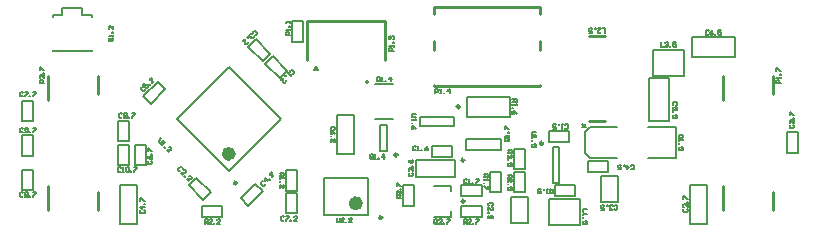
<source format=gto>
G04*
G04 #@! TF.GenerationSoftware,Altium Limited,Altium Designer,19.1.5 (86)*
G04*
G04 Layer_Color=65535*
%FSLAX25Y25*%
%MOIN*%
G70*
G01*
G75*
%ADD10C,0.00984*%
%ADD11C,0.00800*%
%ADD12C,0.02362*%
%ADD13C,0.00787*%
%ADD14C,0.01000*%
%ADD15C,0.00500*%
%ADD16C,0.00600*%
D10*
X157224Y157988D02*
G03*
X157224Y157988I-492J0D01*
G01*
X205768Y161791D02*
G03*
X205768Y161791I-492J0D01*
G01*
X177980Y174000D02*
G03*
X177980Y174000I-492J0D01*
G01*
X103650Y148634D02*
G03*
X103650Y148634I-492J0D01*
G01*
X152106Y137110D02*
G03*
X152106Y137110I-492J0D01*
G01*
X179504Y156185D02*
G03*
X179504Y156185I-492J0D01*
G01*
X179654Y142500D02*
G03*
X179654Y142500I-492J0D01*
G01*
D11*
X147724Y182260D02*
G03*
X147724Y182260I-500J0D01*
G01*
D12*
X102181Y158308D02*
G03*
X102181Y158308I-1181J0D01*
G01*
X144527Y141835D02*
G03*
X144527Y141835I-1181J0D01*
G01*
D13*
X225200Y151006D02*
X230800D01*
Y142206D02*
Y151006D01*
X225200Y142206D02*
X230800D01*
X225200D02*
Y151006D01*
X219788Y158672D02*
Y165562D01*
Y158672D02*
X221560Y156901D01*
X219788Y165562D02*
X221560Y167334D01*
X240648Y156901D02*
X250097D01*
X240648Y167334D02*
X250097D01*
Y156901D02*
Y167334D01*
X221560Y156901D02*
X230418D01*
X221560Y167334D02*
X230418D01*
X151319Y159169D02*
X151319Y167831D01*
X153681Y159169D02*
Y167831D01*
X151319D02*
X153681D01*
X151319Y159169D02*
X153681D01*
X209016Y160709D02*
X210984D01*
X209016Y148504D02*
X210984D01*
X209016D02*
Y160709D01*
X210984Y148504D02*
Y160709D01*
X176209Y167701D02*
Y170457D01*
X164791Y167701D02*
Y170457D01*
X176209D01*
X164791Y167701D02*
X176209D01*
X101000Y152740D02*
X118260Y170000D01*
X83740D02*
X101000Y187260D01*
X83740Y170000D02*
X101000Y152740D01*
Y187260D02*
X118260Y170000D01*
X147283Y150102D02*
X147283Y137898D01*
X132717Y150102D02*
X132717Y137898D01*
X147283D01*
X132717Y150102D02*
X147283Y150102D01*
X180095Y163272D02*
X191905D01*
X180095Y159728D02*
X191905D01*
Y163272D01*
X180095Y159728D02*
Y163272D01*
X169319Y147618D02*
X175126D01*
X169319Y137382D02*
X175126D01*
Y145846D02*
Y147618D01*
Y137382D02*
Y139154D01*
X195200Y135100D02*
X200800D01*
X195200D02*
Y143900D01*
X200800D01*
Y135100D02*
Y143900D01*
D14*
X221021Y197706D02*
X226321D01*
X221021Y169406D02*
X226321D01*
X204791Y180980D02*
Y181413D01*
X169555Y180980D02*
X204791D01*
X169555D02*
Y181413D01*
X204791Y192831D02*
Y195980D01*
X169555Y192831D02*
Y195980D01*
X204791Y204839D02*
Y207201D01*
X169555D02*
X204791D01*
X169555Y204839D02*
Y207201D01*
X127000Y189500D02*
Y202500D01*
X153000D01*
Y189500D02*
Y202500D01*
X265732Y176406D02*
Y184213D01*
X282268Y139724D02*
Y145531D01*
Y178405D02*
Y184213D01*
X265732Y139724D02*
Y147531D01*
X40732Y176406D02*
Y184213D01*
X57268Y139724D02*
Y145531D01*
Y178405D02*
Y184213D01*
X40732Y139724D02*
Y147531D01*
D15*
X242382Y192831D02*
X252618D01*
Y184169D02*
Y192831D01*
X242382Y184169D02*
X252618D01*
X242382D02*
Y192831D01*
X180400Y170600D02*
X194600D01*
X180400D02*
Y177400D01*
X194600D01*
Y170600D02*
Y177400D01*
X92000Y137200D02*
X98800D01*
X92000D02*
Y140800D01*
X98800D01*
Y137200D02*
Y140800D01*
X55500Y204000D02*
Y204500D01*
X52000D02*
X55500D01*
X52000D02*
Y207000D01*
X45500D02*
X52000D01*
X45500Y204500D02*
Y207000D01*
X55500Y192500D02*
Y193000D01*
X42500Y192500D02*
Y193000D01*
Y204500D02*
X45500D01*
X42500Y204000D02*
Y204500D01*
Y192500D02*
X55500D01*
X163500Y156400D02*
X176500D01*
Y150600D02*
Y156400D01*
X163500Y150600D02*
X176500D01*
X163500D02*
Y156400D01*
X159200Y141003D02*
X162800D01*
Y147803D01*
X159200D02*
X162800D01*
X159200Y141003D02*
Y147803D01*
X113194Y188260D02*
X115740Y190806D01*
X113194Y188260D02*
X118002Y183452D01*
X120548Y185998D01*
X115740Y190806D02*
X120548Y185998D01*
X207700Y165906D02*
X214500D01*
Y162306D02*
Y165906D01*
X207700Y162306D02*
X214500D01*
X207700D02*
Y165906D01*
X175497Y157200D02*
Y160800D01*
X168697D02*
X175497D01*
X168697Y157200D02*
Y160800D01*
Y157200D02*
X175497D01*
X92500Y142954D02*
X95046Y145500D01*
X90237Y150308D02*
X95046Y145500D01*
X87692Y147763D02*
X90237Y150308D01*
X87692Y147763D02*
X92500Y142954D01*
X109760Y148306D02*
X112306Y145761D01*
X104952Y143498D02*
X109760Y148306D01*
X104952Y143498D02*
X107498Y140952D01*
X112306Y145761D01*
X77261Y182306D02*
X79806Y179761D01*
X72452Y177498D02*
X77261Y182306D01*
X72452Y177498D02*
X74998Y174952D01*
X79806Y179761D01*
X220697Y152306D02*
X227497D01*
X220697D02*
Y155906D01*
X227497D01*
Y152306D02*
Y155906D01*
X142900Y158346D02*
Y171346D01*
X137100Y158346D02*
X142900D01*
X137100D02*
Y171346D01*
X142900D01*
X241100Y169306D02*
Y183506D01*
X247900D01*
Y169306D02*
Y183506D01*
X241100Y169306D02*
X247900D01*
X255400Y190600D02*
X269600D01*
X255400D02*
Y197400D01*
X269600D01*
Y190600D02*
Y197400D01*
X207882Y143331D02*
X218118D01*
Y134669D02*
Y143331D01*
X207882Y134669D02*
X218118D01*
X207882D02*
Y143331D01*
X209697Y144306D02*
X216497D01*
X209697D02*
Y147906D01*
X216497D01*
Y144306D02*
Y147906D01*
X199800Y145606D02*
Y152406D01*
X196200Y145606D02*
X199800D01*
X196200D02*
Y152406D01*
X199800D01*
Y153197D02*
Y159997D01*
X196200Y153197D02*
X199800D01*
X196200D02*
Y159997D01*
X199800D01*
X107454Y194000D02*
X110000Y196546D01*
X107454Y194000D02*
X112263Y189192D01*
X114808Y191737D01*
X110000Y196546D02*
X114808Y191737D01*
X122200Y202497D02*
X125800D01*
X122200Y195697D02*
Y202497D01*
Y195697D02*
X125800D01*
Y202497D01*
X32200Y157700D02*
Y164500D01*
X35800D01*
Y157700D02*
Y164500D01*
X32200Y157700D02*
X35800D01*
X69700Y154503D02*
Y161303D01*
X73300D01*
Y154503D02*
Y161303D01*
X69700Y154503D02*
X73300D01*
X35800Y169197D02*
Y175997D01*
X32200Y169197D02*
X35800D01*
X32200D02*
Y175997D01*
X35800D01*
X64200Y162503D02*
Y169303D01*
X67800D01*
Y162503D02*
Y169303D01*
X64200Y162503D02*
X67800D01*
X32200Y146200D02*
Y153000D01*
X35800D01*
Y146200D02*
Y153000D01*
X32200Y146200D02*
X35800D01*
X67800Y154500D02*
Y161300D01*
X64200Y154500D02*
X67800D01*
X64200D02*
Y161300D01*
X67800D01*
X120200Y138503D02*
Y145303D01*
X123800D01*
Y138503D02*
Y145303D01*
X120200Y138503D02*
X123800D01*
X254600Y135000D02*
X260400D01*
Y148000D01*
X254600D02*
X260400D01*
X254600Y135000D02*
Y148000D01*
X287200Y165497D02*
X290800D01*
X287200Y158697D02*
Y165497D01*
Y158697D02*
X290800D01*
Y165497D01*
X64600Y148000D02*
X70400D01*
X64600Y135000D02*
Y148000D01*
Y135000D02*
X70400D01*
Y148000D01*
X120200Y146003D02*
Y152803D01*
X123800D01*
Y146003D02*
Y152803D01*
X120200Y146003D02*
X123800D01*
X178503Y144200D02*
Y147800D01*
Y144200D02*
X185303D01*
Y147800D01*
X178503D02*
X185303D01*
X188200Y152300D02*
X191800D01*
X188200Y145500D02*
Y152300D01*
Y145500D02*
X191800D01*
Y152300D01*
X178503Y137200D02*
Y140800D01*
Y137200D02*
X185303D01*
Y140800D01*
X178503D02*
X185303D01*
X229500Y139857D02*
X229750Y139607D01*
X230250D01*
X230500Y139857D01*
Y140856D01*
X230250Y141106D01*
X229750D01*
X229500Y140856D01*
X229000Y139857D02*
X228751Y139607D01*
X228251D01*
X228001Y139857D01*
Y140107D01*
X228251Y140357D01*
X228501D01*
X228251D01*
X228001Y140606D01*
Y140856D01*
X228251Y141106D01*
X228751D01*
X229000Y140856D01*
X227501Y141106D02*
Y140856D01*
X227251D01*
Y141106D01*
X227501D01*
X225252Y139607D02*
X226251D01*
Y140357D01*
X225751Y140107D01*
X225502D01*
X225252Y140357D01*
Y140856D01*
X225502Y141106D01*
X226001D01*
X226251Y140856D01*
X252500Y164606D02*
X251000D01*
Y163856D01*
X251250Y163607D01*
X252250D01*
X252500Y163856D01*
Y164606D01*
X251000Y163107D02*
Y162607D01*
Y162857D01*
X252500D01*
X252250Y163107D01*
X251000Y161857D02*
X251250D01*
Y161607D01*
X251000D01*
Y161857D01*
X252500Y159608D02*
Y160608D01*
X251750D01*
X252000Y160108D01*
Y159858D01*
X251750Y159608D01*
X251250D01*
X251000Y159858D01*
Y160358D01*
X251250Y160608D01*
X218646Y167224D02*
X220146D01*
X219646D01*
X218646Y168224D01*
X219396Y167474D01*
X220146Y168224D01*
X226500Y198607D02*
Y200106D01*
X225500D01*
X224001D02*
X225001D01*
X224001Y199107D01*
Y198857D01*
X224251Y198607D01*
X224751D01*
X225001Y198857D01*
X223501Y200106D02*
Y199856D01*
X223251D01*
Y200106D01*
X223501D01*
X221252Y198607D02*
X222251D01*
Y199356D01*
X221751Y199107D01*
X221502D01*
X221252Y199356D01*
Y199856D01*
X221502Y200106D01*
X222001D01*
X222251Y199856D01*
X245000Y195500D02*
Y194000D01*
X246000D01*
X246499Y195250D02*
X246749Y195500D01*
X247249D01*
X247499Y195250D01*
Y195000D01*
X247249Y194750D01*
X246999D01*
X247249D01*
X247499Y194500D01*
Y194250D01*
X247249Y194000D01*
X246749D01*
X246499Y194250D01*
X247999Y194000D02*
Y194250D01*
X248249D01*
Y194000D01*
X247999D01*
X250248Y195500D02*
X249249D01*
Y194750D01*
X249748Y195000D01*
X249998D01*
X250248Y194750D01*
Y194250D01*
X249998Y194000D01*
X249499D01*
X249249Y194250D01*
X169846Y178500D02*
Y179999D01*
X170596D01*
X170846Y179750D01*
Y179250D01*
X170596Y179000D01*
X169846D01*
X171346Y178500D02*
X171846D01*
X171596D01*
Y179999D01*
X171346Y179750D01*
X172596Y178500D02*
Y178750D01*
X172845D01*
Y178500D01*
X172596D01*
X174595D02*
Y179999D01*
X173845Y179250D01*
X174845D01*
X149085Y156837D02*
Y157837D01*
X148835Y158087D01*
X148335D01*
X148085Y157837D01*
Y156837D01*
X148335Y156587D01*
X148835D01*
X148585Y157087D02*
X149085Y156587D01*
X148835D02*
X149085Y156837D01*
X149585Y156587D02*
X150085D01*
X149835D01*
Y158087D01*
X149585Y157837D01*
X150834Y156587D02*
Y156837D01*
X151084D01*
Y156587D01*
X150834D01*
X152834D02*
Y158087D01*
X152084Y157337D01*
X153084D01*
X195500Y176500D02*
X197000D01*
Y175750D01*
X196750Y175500D01*
X196250D01*
X196000Y175750D01*
Y176500D01*
Y176000D02*
X195500Y175500D01*
Y175001D02*
Y174501D01*
Y174751D01*
X197000D01*
X196750Y175001D01*
X195500Y173751D02*
X195750D01*
Y173501D01*
X195500D01*
Y173751D01*
X197000Y171502D02*
X196750Y172001D01*
X196250Y172501D01*
X195750D01*
X195500Y172251D01*
Y171751D01*
X195750Y171502D01*
X196000D01*
X196250Y171751D01*
Y172501D01*
X203500Y165606D02*
X202250D01*
X202000Y165356D01*
Y164857D01*
X202250Y164607D01*
X203500D01*
X202000Y164107D02*
Y163607D01*
Y163857D01*
X203500D01*
X203250Y164107D01*
X202000Y162857D02*
X202250D01*
Y162607D01*
X202000D01*
Y162857D01*
X203500Y160608D02*
Y161608D01*
X202750D01*
X203000Y161108D01*
Y160858D01*
X202750Y160608D01*
X202250D01*
X202000Y160858D01*
Y161358D01*
X202250Y161608D01*
X163499Y171500D02*
X162250D01*
X162000Y171250D01*
Y170750D01*
X162250Y170500D01*
X163499D01*
X162000Y170001D02*
Y169501D01*
Y169751D01*
X163499D01*
X163250Y170001D01*
X162000Y168751D02*
X162250D01*
Y168501D01*
X162000D01*
Y168751D01*
X163499Y166502D02*
X163250Y167001D01*
X162750Y167501D01*
X162250D01*
X162000Y167251D01*
Y166752D01*
X162250Y166502D01*
X162500D01*
X162750Y166752D01*
Y167501D01*
X150500Y184000D02*
Y182500D01*
X151250D01*
X151500Y182750D01*
Y183750D01*
X151250Y184000D01*
X150500D01*
X151999Y182500D02*
X152499D01*
X152249D01*
Y184000D01*
X151999Y183750D01*
X153249Y182500D02*
Y182750D01*
X153499D01*
Y182500D01*
X153249D01*
X155248D02*
Y184000D01*
X154499Y183250D01*
X155498D01*
X156000Y192500D02*
X154500D01*
Y193250D01*
X154750Y193500D01*
X155250D01*
X155500Y193250D01*
Y192500D01*
X156000Y194000D02*
Y194499D01*
Y194249D01*
X154500D01*
X154750Y194000D01*
X156000Y195249D02*
X155750D01*
Y195499D01*
X156000D01*
Y195249D01*
X154750Y196499D02*
X154500Y196749D01*
Y197248D01*
X154750Y197498D01*
X155000D01*
X155250Y197248D01*
Y196999D01*
Y197248D01*
X155500Y197498D01*
X155750D01*
X156000Y197248D01*
Y196749D01*
X155750Y196499D01*
X78560Y163560D02*
X77677Y162677D01*
Y162323D01*
X78030Y161970D01*
X78384D01*
X79267Y162853D01*
X78560Y161440D02*
X78914Y161086D01*
X78737Y161263D01*
X79797Y162323D01*
X79444D01*
Y160556D02*
X79621Y160733D01*
X79797Y160556D01*
X79621Y160379D01*
X79444Y160556D01*
X81034Y158966D02*
X80327Y159672D01*
X81741D01*
X81918Y159849D01*
Y160203D01*
X81565Y160556D01*
X81211D01*
X285000Y182000D02*
X283501D01*
Y182750D01*
X283750Y183000D01*
X284250D01*
X284500Y182750D01*
Y182000D01*
X285000Y183500D02*
Y183999D01*
Y183749D01*
X283501D01*
X283750Y183500D01*
X285000Y184749D02*
X284750D01*
Y184999D01*
X285000D01*
Y184749D01*
X283501Y185999D02*
Y186998D01*
X283750D01*
X284750Y185999D01*
X285000D01*
X93000Y135000D02*
Y136500D01*
X93750D01*
X94000Y136250D01*
Y135750D01*
X93750Y135500D01*
X93000D01*
X93500D02*
X94000Y135000D01*
X95499D02*
X94499D01*
X95499Y136000D01*
Y136250D01*
X95249Y136500D01*
X94749D01*
X94499Y136250D01*
X95999Y135000D02*
Y135250D01*
X96249D01*
Y135000D01*
X95999D01*
X98248D02*
X97249D01*
X98248Y136000D01*
Y136250D01*
X97998Y136500D01*
X97499D01*
X97249Y136250D01*
X137000Y136999D02*
Y135750D01*
X137250Y135500D01*
X137750D01*
X138000Y135750D01*
Y136999D01*
X139499Y135500D02*
X138499D01*
X139499Y136500D01*
Y136750D01*
X139249Y136999D01*
X138749D01*
X138499Y136750D01*
X139999Y135500D02*
Y135750D01*
X140249D01*
Y135500D01*
X139999D01*
X142248D02*
X141249D01*
X142248Y136500D01*
Y136750D01*
X141998Y136999D01*
X141499D01*
X141249Y136750D01*
X61250Y197000D02*
X61001Y196750D01*
Y196250D01*
X61250Y196000D01*
X61500D01*
X61750Y196250D01*
Y196750D01*
X62000Y197000D01*
X62250D01*
X62500Y196750D01*
Y196250D01*
X62250Y196000D01*
X62500Y197500D02*
Y197999D01*
Y197749D01*
X61001D01*
X61250Y197500D01*
X62500Y198749D02*
X62250D01*
Y198999D01*
X62500D01*
Y198749D01*
Y200998D02*
Y199999D01*
X61500Y200998D01*
X61250D01*
X61001Y200748D01*
Y200249D01*
X61250Y199999D01*
X161250Y152000D02*
X161001Y151750D01*
Y151250D01*
X161250Y151000D01*
X162250D01*
X162500Y151250D01*
Y151750D01*
X162250Y152000D01*
X162500Y153499D02*
Y152499D01*
X161500Y153499D01*
X161250D01*
X161001Y153249D01*
Y152749D01*
X161250Y152499D01*
X162500Y153999D02*
X162250D01*
Y154249D01*
X162500D01*
Y153999D01*
X161001Y156248D02*
X161250Y155748D01*
X161750Y155249D01*
X162250D01*
X162500Y155499D01*
Y155998D01*
X162250Y156248D01*
X162000D01*
X161750Y155998D01*
Y155249D01*
X194250Y163500D02*
X193250D01*
X193000Y163250D01*
Y162750D01*
X193250Y162500D01*
X194250D01*
X194500Y162750D01*
Y163250D01*
X194000Y163000D02*
X194500Y163500D01*
Y163250D02*
X194250Y163500D01*
X194500Y163999D02*
Y164499D01*
Y164249D01*
X193000D01*
X193250Y163999D01*
X194500Y165249D02*
X194250D01*
Y165499D01*
X194500D01*
Y165249D01*
X193000Y166499D02*
Y167498D01*
X193250D01*
X194250Y166499D01*
X194500D01*
X170500Y135250D02*
Y136250D01*
X170250Y136500D01*
X169750D01*
X169500Y136250D01*
Y135250D01*
X169750Y135000D01*
X170250D01*
X170000Y135500D02*
X170500Y135000D01*
X170250D02*
X170500Y135250D01*
X171999Y135000D02*
X171000D01*
X171999Y136000D01*
Y136250D01*
X171749Y136500D01*
X171249D01*
X171000Y136250D01*
X172499Y135000D02*
Y135250D01*
X172749D01*
Y135000D01*
X172499D01*
X173749Y136500D02*
X174748D01*
Y136250D01*
X173749Y135250D01*
Y135000D01*
X158500Y143500D02*
X157001D01*
Y144250D01*
X157250Y144500D01*
X157750D01*
X158000Y144250D01*
Y143500D01*
Y144000D02*
X158500Y144500D01*
X157250Y145000D02*
X157001Y145249D01*
Y145749D01*
X157250Y145999D01*
X157500D01*
X157750Y145749D01*
Y145499D01*
Y145749D01*
X158000Y145999D01*
X158250D01*
X158500Y145749D01*
Y145249D01*
X158250Y145000D01*
X158500Y146499D02*
X158250D01*
Y146749D01*
X158500D01*
Y146499D01*
X157001Y147749D02*
Y148748D01*
X157250D01*
X158250Y147749D01*
X158500D01*
X122177Y184909D02*
X122530D01*
X122884Y185263D01*
Y185616D01*
X122177Y186323D01*
X121823D01*
X121470Y185970D01*
Y185616D01*
X120940Y185440D02*
X120586Y185086D01*
X120763Y185263D01*
X121823Y184203D01*
Y184556D01*
X120056D02*
X120233Y184379D01*
X120056Y184203D01*
X119879Y184379D01*
X120056Y184556D01*
X118466Y182966D02*
X119173Y183672D01*
Y182259D01*
X119349Y182082D01*
X119703D01*
X120056Y182435D01*
Y182789D01*
X213000Y166857D02*
X213250Y166607D01*
X213750D01*
X214000Y166857D01*
Y167856D01*
X213750Y168106D01*
X213250D01*
X213000Y167856D01*
X212501Y168106D02*
X212001D01*
X212251D01*
Y166607D01*
X212501Y166857D01*
X211251Y168106D02*
Y167856D01*
X211001D01*
Y168106D01*
X211251D01*
X209002Y166607D02*
X210001D01*
Y167357D01*
X209501Y167107D01*
X209251D01*
X209002Y167357D01*
Y167856D01*
X209251Y168106D01*
X209751D01*
X210001Y167856D01*
X163500Y160750D02*
X163250Y161000D01*
X162750D01*
X162500Y160750D01*
Y159750D01*
X162750Y159500D01*
X163250D01*
X163500Y159750D01*
X163999Y159500D02*
X164499D01*
X164249D01*
Y161000D01*
X163999Y160750D01*
X165249Y159500D02*
Y159750D01*
X165499D01*
Y159500D01*
X165249D01*
X167498Y161000D02*
X166999Y160750D01*
X166499Y160250D01*
Y159750D01*
X166749Y159500D01*
X167248D01*
X167498Y159750D01*
Y160000D01*
X167248Y160250D01*
X166499D01*
X85590Y153177D02*
Y153530D01*
X85237Y153884D01*
X84884D01*
X84177Y153177D01*
Y152823D01*
X84530Y152470D01*
X84884D01*
X85767Y151233D02*
X85060Y151940D01*
X86474D01*
X86651Y152116D01*
Y152470D01*
X86297Y152823D01*
X85944D01*
X86121Y150879D02*
X86297Y151056D01*
X86474Y150879D01*
X86297Y150703D01*
X86121Y150879D01*
X87711Y149289D02*
X87004Y149996D01*
X88418D01*
X88595Y150172D01*
Y150526D01*
X88241Y150879D01*
X87888D01*
X188750Y141000D02*
X188999Y141250D01*
Y141750D01*
X188750Y142000D01*
X187750D01*
X187500Y141750D01*
Y141250D01*
X187750Y141000D01*
X187500Y139501D02*
Y140500D01*
X188500Y139501D01*
X188750D01*
X188999Y139751D01*
Y140251D01*
X188750Y140500D01*
X187500Y139001D02*
X187750D01*
Y138751D01*
X187500D01*
Y139001D01*
X188999Y136752D02*
Y137751D01*
X188250D01*
X188500Y137251D01*
Y137002D01*
X188250Y136752D01*
X187750D01*
X187500Y137002D01*
Y137501D01*
X187750Y137751D01*
X112323Y149091D02*
X111970D01*
X111616Y148737D01*
Y148384D01*
X112323Y147677D01*
X112677D01*
X113030Y148030D01*
Y148384D01*
X114091Y149091D02*
X113030Y150151D01*
Y149091D01*
X113737Y149797D01*
X114621Y149621D02*
X114444Y149797D01*
X114621Y149974D01*
X114797Y149797D01*
X114621Y149621D01*
X116211Y151211D02*
X115504Y150504D01*
Y151918D01*
X115328Y152095D01*
X114974D01*
X114621Y151741D01*
Y151388D01*
X72323Y180590D02*
X71970D01*
X71616Y180237D01*
Y179884D01*
X72323Y179177D01*
X72677D01*
X73030Y179530D01*
Y179884D01*
X73207Y181827D02*
X72500Y181121D01*
X73030Y180590D01*
X73207Y181121D01*
X73384Y181297D01*
X73737D01*
X74090Y180944D01*
Y180590D01*
X73737Y180237D01*
X73384D01*
X74621Y181121D02*
X74444Y181297D01*
X74621Y181474D01*
X74797Y181297D01*
X74621Y181121D01*
X76211Y182711D02*
X75504Y182004D01*
Y183418D01*
X75327Y183595D01*
X74974D01*
X74621Y183241D01*
Y182888D01*
X235000Y153357D02*
X235250Y153107D01*
X235750D01*
X236000Y153357D01*
Y154356D01*
X235750Y154606D01*
X235250D01*
X235000Y154356D01*
X233751Y154606D02*
Y153107D01*
X234501Y153857D01*
X233501D01*
X233001Y154606D02*
Y154356D01*
X232751D01*
Y154606D01*
X233001D01*
X230752Y153107D02*
X231751D01*
Y153857D01*
X231252Y153607D01*
X231002D01*
X230752Y153857D01*
Y154356D01*
X231002Y154606D01*
X231501D01*
X231751Y154356D01*
X136250Y166347D02*
X136500Y166597D01*
Y167096D01*
X136250Y167347D01*
X135250D01*
X135000Y167096D01*
Y166597D01*
X135250Y166347D01*
X136500Y164847D02*
X136250Y165347D01*
X135750Y165847D01*
X135250D01*
X135000Y165597D01*
Y165097D01*
X135250Y164847D01*
X135500D01*
X135750Y165097D01*
Y165847D01*
X135000Y164347D02*
X135250D01*
Y164097D01*
X135000D01*
Y164347D01*
Y162098D02*
Y163098D01*
X136000Y162098D01*
X136250D01*
X136500Y162348D01*
Y162848D01*
X136250Y163098D01*
X250250Y174500D02*
X250500Y174750D01*
Y175250D01*
X250250Y175500D01*
X249250D01*
X249000Y175250D01*
Y174750D01*
X249250Y174500D01*
X250500Y173001D02*
Y174001D01*
X249750D01*
X250000Y173501D01*
Y173251D01*
X249750Y173001D01*
X249250D01*
X249000Y173251D01*
Y173751D01*
X249250Y174001D01*
X249000Y172501D02*
X249250D01*
Y172251D01*
X249000D01*
Y172501D01*
X250500Y170252D02*
Y171251D01*
X249750D01*
X250000Y170752D01*
Y170502D01*
X249750Y170252D01*
X249250D01*
X249000Y170502D01*
Y171001D01*
X249250Y171251D01*
X261000Y199250D02*
X260750Y199499D01*
X260250D01*
X260000Y199250D01*
Y198250D01*
X260250Y198000D01*
X260750D01*
X261000Y198250D01*
X262499Y199499D02*
X261999Y199250D01*
X261500Y198750D01*
Y198250D01*
X261749Y198000D01*
X262249D01*
X262499Y198250D01*
Y198500D01*
X262249Y198750D01*
X261500D01*
X262999Y198000D02*
Y198250D01*
X263249D01*
Y198000D01*
X262999D01*
X265248Y199499D02*
X264249D01*
Y198750D01*
X264749Y199000D01*
X264998D01*
X265248Y198750D01*
Y198250D01*
X264998Y198000D01*
X264499D01*
X264249Y198250D01*
X220499Y139894D02*
X219000D01*
Y138894D01*
Y138394D02*
Y137894D01*
Y138144D01*
X220499D01*
X220250Y138394D01*
X219000Y137145D02*
X219250D01*
Y136895D01*
X219000D01*
Y137145D01*
X220499Y134895D02*
Y135895D01*
X219750D01*
X220000Y135395D01*
Y135145D01*
X219750Y134895D01*
X219250D01*
X219000Y135145D01*
Y135645D01*
X219250Y135895D01*
X209000Y146606D02*
Y145107D01*
X208250D01*
X208000Y145357D01*
Y145856D01*
X208250Y146107D01*
X209000D01*
X208500D02*
X208000Y146606D01*
X207501D02*
X207001D01*
X207251D01*
Y145107D01*
X207501Y145357D01*
X206251Y146606D02*
Y146356D01*
X206001D01*
Y146606D01*
X206251D01*
X204002Y145107D02*
X205001D01*
Y145856D01*
X204501Y145607D01*
X204252D01*
X204002Y145856D01*
Y146356D01*
X204252Y146606D01*
X204751D01*
X205001Y146356D01*
X194000Y151409D02*
X195500D01*
Y150660D01*
X195250Y150410D01*
X194750D01*
X194500Y150660D01*
Y151409D01*
Y150910D02*
X194000Y150410D01*
Y148910D02*
Y149910D01*
X195000Y148910D01*
X195250D01*
X195500Y149160D01*
Y149660D01*
X195250Y149910D01*
X194000Y148410D02*
X194250D01*
Y148161D01*
X194000D01*
Y148410D01*
X195500Y146161D02*
Y147161D01*
X194750D01*
X195000Y146661D01*
Y146411D01*
X194750Y146161D01*
X194250D01*
X194000Y146411D01*
Y146911D01*
X194250Y147161D01*
X194000Y159500D02*
X195500D01*
Y158750D01*
X195250Y158500D01*
X194750D01*
X194500Y158750D01*
Y159500D01*
Y159000D02*
X194000Y158500D01*
X195250Y158001D02*
X195500Y157751D01*
Y157251D01*
X195250Y157001D01*
X195000D01*
X194750Y157251D01*
Y157501D01*
Y157251D01*
X194500Y157001D01*
X194250D01*
X194000Y157251D01*
Y157751D01*
X194250Y158001D01*
X194000Y156501D02*
X194250D01*
Y156251D01*
X194000D01*
Y156501D01*
X195500Y154252D02*
Y155251D01*
X194750D01*
X195000Y154752D01*
Y154502D01*
X194750Y154252D01*
X194250D01*
X194000Y154502D01*
Y155001D01*
X194250Y155251D01*
X109677Y197909D02*
X110030D01*
X110384Y198263D01*
Y198616D01*
X109677Y199323D01*
X109323D01*
X108970Y198970D01*
Y198616D01*
X109323Y197556D02*
Y197203D01*
X108970Y196849D01*
X108616D01*
X108440Y197026D01*
Y197379D01*
X108616Y197556D01*
X108440Y197379D01*
X108086D01*
X107910Y197556D01*
Y197909D01*
X108263Y198263D01*
X108616D01*
X107379Y197379D02*
X107556Y197203D01*
X107379Y197026D01*
X107203Y197203D01*
X107379Y197379D01*
X105789Y195789D02*
X106496Y196496D01*
Y195082D01*
X106673Y194905D01*
X107026D01*
X107379Y195259D01*
Y195612D01*
X121500Y198000D02*
X120001D01*
Y198750D01*
X120250Y199000D01*
X120750D01*
X121000Y198750D01*
Y198000D01*
Y198500D02*
X121500Y199000D01*
Y199499D02*
Y199999D01*
Y199749D01*
X120001D01*
X120250Y199499D01*
X121500Y200749D02*
X121250D01*
Y200999D01*
X121500D01*
Y200749D01*
Y201999D02*
Y202499D01*
Y202249D01*
X120001D01*
X120250Y201999D01*
X39500Y182000D02*
X38001D01*
Y182750D01*
X38250Y183000D01*
X38750D01*
X39000Y182750D01*
Y182000D01*
X39500Y184499D02*
Y183500D01*
X38500Y184499D01*
X38250D01*
X38001Y184249D01*
Y183749D01*
X38250Y183500D01*
X39500Y184999D02*
X39250D01*
Y185249D01*
X39500D01*
Y184999D01*
X38001Y186249D02*
Y187248D01*
X38250D01*
X39250Y186249D01*
X39500D01*
X32500Y166750D02*
X32250Y166999D01*
X31750D01*
X31500Y166750D01*
Y165750D01*
X31750Y165500D01*
X32250D01*
X32500Y165750D01*
X33999Y166999D02*
X33000D01*
Y166250D01*
X33499Y166500D01*
X33749D01*
X33999Y166250D01*
Y165750D01*
X33749Y165500D01*
X33249D01*
X33000Y165750D01*
X34499Y165500D02*
Y165750D01*
X34749D01*
Y165500D01*
X34499D01*
X35749Y166999D02*
X36748D01*
Y166750D01*
X35749Y165750D01*
Y165500D01*
X74250Y156000D02*
X74001Y155750D01*
Y155250D01*
X74250Y155000D01*
X75250D01*
X75500Y155250D01*
Y155750D01*
X75250Y156000D01*
X74001Y157499D02*
X74250Y156999D01*
X74750Y156500D01*
X75250D01*
X75500Y156749D01*
Y157249D01*
X75250Y157499D01*
X75000D01*
X74750Y157249D01*
Y156500D01*
X75500Y157999D02*
X75250D01*
Y158249D01*
X75500D01*
Y157999D01*
X74001Y159249D02*
Y160248D01*
X74250D01*
X75250Y159249D01*
X75500D01*
X32500Y178750D02*
X32250Y178999D01*
X31750D01*
X31500Y178750D01*
Y177750D01*
X31750Y177500D01*
X32250D01*
X32500Y177750D01*
X33000Y178999D02*
X33999D01*
Y178750D01*
X33000Y177750D01*
Y177500D01*
X34499D02*
Y177750D01*
X34749D01*
Y177500D01*
X34499D01*
X35749Y178999D02*
X36748D01*
Y178750D01*
X35749Y177750D01*
Y177500D01*
X65500Y171553D02*
X65250Y171803D01*
X64750D01*
X64500Y171553D01*
Y170553D01*
X64750Y170303D01*
X65250D01*
X65500Y170553D01*
X66000Y171553D02*
X66249Y171803D01*
X66749D01*
X66999Y171553D01*
Y171303D01*
X66749Y171053D01*
X66999Y170803D01*
Y170553D01*
X66749Y170303D01*
X66249D01*
X66000Y170553D01*
Y170803D01*
X66249Y171053D01*
X66000Y171303D01*
Y171553D01*
X66249Y171053D02*
X66749D01*
X67499Y170303D02*
Y170553D01*
X67749D01*
Y170303D01*
X67499D01*
X68749Y171803D02*
X69748D01*
Y171553D01*
X68749Y170553D01*
Y170303D01*
X32500Y145250D02*
X32250Y145500D01*
X31750D01*
X31500Y145250D01*
Y144250D01*
X31750Y144000D01*
X32250D01*
X32500Y144250D01*
X33000D02*
X33249Y144000D01*
X33749D01*
X33999Y144250D01*
Y145250D01*
X33749Y145500D01*
X33249D01*
X33000Y145250D01*
Y145000D01*
X33249Y144750D01*
X33999D01*
X34499Y144000D02*
Y144250D01*
X34749D01*
Y144000D01*
X34499D01*
X35749Y145500D02*
X36748D01*
Y145250D01*
X35749Y144250D01*
Y144000D01*
X65000Y153553D02*
X64750Y153803D01*
X64250D01*
X64000Y153553D01*
Y152553D01*
X64250Y152303D01*
X64750D01*
X65000Y152553D01*
X65500Y152303D02*
X65999D01*
X65749D01*
Y153803D01*
X65500Y153553D01*
X66749D02*
X66999Y153803D01*
X67499D01*
X67749Y153553D01*
Y152553D01*
X67499Y152303D01*
X66999D01*
X66749Y152553D01*
Y153553D01*
X68249Y152303D02*
Y152553D01*
X68499D01*
Y152303D01*
X68249D01*
X69498Y153803D02*
X70498D01*
Y153553D01*
X69498Y152553D01*
Y152303D01*
X119500Y137250D02*
X119250Y137499D01*
X118750D01*
X118500Y137250D01*
Y136250D01*
X118750Y136000D01*
X119250D01*
X119500Y136250D01*
X120000Y137499D02*
X120999D01*
Y137250D01*
X120000Y136250D01*
Y136000D01*
X121499D02*
Y136250D01*
X121749D01*
Y136000D01*
X121499D01*
X123748D02*
X122749D01*
X123748Y137000D01*
Y137250D01*
X123498Y137499D01*
X122999D01*
X122749Y137250D01*
X252750Y140000D02*
X252501Y139750D01*
Y139250D01*
X252750Y139000D01*
X253750D01*
X254000Y139250D01*
Y139750D01*
X253750Y140000D01*
X254000Y141499D02*
Y140499D01*
X253000Y141499D01*
X252750D01*
X252501Y141249D01*
Y140749D01*
X252750Y140499D01*
X254000Y141999D02*
X253750D01*
Y142249D01*
X254000D01*
Y141999D01*
X252501Y143249D02*
Y144248D01*
X252750D01*
X253750Y143249D01*
X254000D01*
X288250Y168000D02*
X288000Y167750D01*
Y167250D01*
X288250Y167000D01*
X289250D01*
X289500Y167250D01*
Y167750D01*
X289250Y168000D01*
X288250Y168500D02*
X288000Y168749D01*
Y169249D01*
X288250Y169499D01*
X288500D01*
X288750Y169249D01*
Y168999D01*
Y169249D01*
X289000Y169499D01*
X289250D01*
X289500Y169249D01*
Y168749D01*
X289250Y168500D01*
X289500Y169999D02*
X289250D01*
Y170249D01*
X289500D01*
Y169999D01*
X288000Y171249D02*
Y172248D01*
X288250D01*
X289250Y171249D01*
X289500D01*
X71750Y139500D02*
X71500Y139250D01*
Y138750D01*
X71750Y138500D01*
X72750D01*
X73000Y138750D01*
Y139250D01*
X72750Y139500D01*
X73000Y140749D02*
X71500D01*
X72250Y139999D01*
Y140999D01*
X73000Y141499D02*
X72750D01*
Y141749D01*
X73000D01*
Y141499D01*
X71500Y142749D02*
Y143748D01*
X71750D01*
X72750Y142749D01*
X73000D01*
X118000Y152000D02*
X119500D01*
Y151250D01*
X119250Y151000D01*
X118750D01*
X118500Y151250D01*
Y152000D01*
Y151500D02*
X118000Y151000D01*
Y150501D02*
Y150001D01*
Y150251D01*
X119500D01*
X119250Y150501D01*
X118000Y149251D02*
X118250D01*
Y149001D01*
X118000D01*
Y149251D01*
Y147002D02*
Y148001D01*
X119000Y147002D01*
X119250D01*
X119500Y147251D01*
Y147751D01*
X119250Y148001D01*
X180500Y149750D02*
X180250Y149999D01*
X179750D01*
X179500Y149750D01*
Y148750D01*
X179750Y148500D01*
X180250D01*
X180500Y148750D01*
X181000Y148500D02*
X181499D01*
X181249D01*
Y149999D01*
X181000Y149750D01*
X182249Y148500D02*
Y148750D01*
X182499D01*
Y148500D01*
X182249D01*
X183499Y149999D02*
X184498D01*
Y149750D01*
X183499Y148750D01*
Y148500D01*
X186000Y151500D02*
X187499D01*
Y150750D01*
X187250Y150500D01*
X186750D01*
X186500Y150750D01*
Y151500D01*
Y151000D02*
X186000Y150500D01*
Y150001D02*
Y149501D01*
Y149751D01*
X187499D01*
X187250Y150001D01*
X186000Y148751D02*
X186250D01*
Y148501D01*
X186000D01*
Y148751D01*
X187499Y147501D02*
Y146502D01*
X187250D01*
X186250Y147501D01*
X186000D01*
X179303Y135000D02*
Y136500D01*
X180053D01*
X180303Y136250D01*
Y135750D01*
X180053Y135500D01*
X179303D01*
X179803D02*
X180303Y135000D01*
X181802D02*
X180803D01*
X181802Y136000D01*
Y136250D01*
X181552Y136500D01*
X181053D01*
X180803Y136250D01*
X182302Y135000D02*
Y135250D01*
X182552D01*
Y135000D01*
X182302D01*
X183552Y136500D02*
X184552D01*
Y136250D01*
X183552Y135250D01*
Y135000D01*
D16*
X149772Y169854D02*
X155677D01*
X149772Y181665D02*
X155677D01*
X129311Y186256D02*
X130000Y187437D01*
X130689Y186256D01*
X129311D02*
X130689D01*
M02*

</source>
